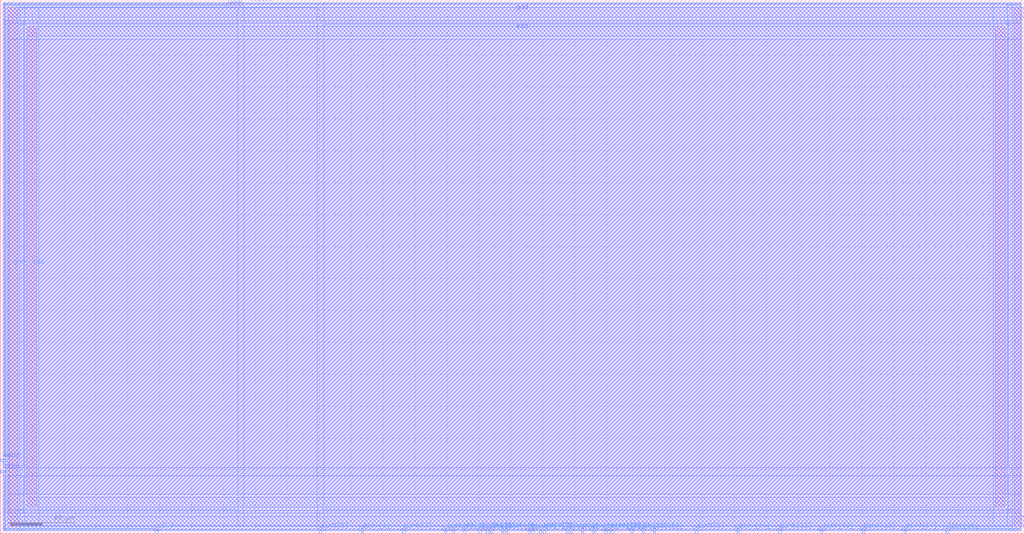
<source format=lef>
VERSION 5.4 ;
NAMESCASESENSITIVE ON ;
BUSBITCHARS "[]" ;
DIVIDERCHAR "/" ;
UNITS
  DATABASE MICRONS 2000 ;
END UNITS
MACRO ip1_bm_b_sram_16_16_sky130A
   CLASS BLOCK ;
   SIZE 320.85 BY 167.34 ;
   SYMMETRY X Y R90 ;
   PIN din0[0]
      DIRECTION INPUT ;
      PORT
         LAYER m4 ;
         RECT  99.96 0.0 100.7 1.93 ;
      END
   END din0[0]
   PIN din0[1]
      DIRECTION INPUT ;
      PORT
         LAYER m4 ;
         RECT  113.05 0.0 113.79 1.93 ;
      END
   END din0[1]
   PIN din0[2]
      DIRECTION INPUT ;
      PORT
         LAYER m4 ;
         RECT  126.14 0.0 126.88 1.93 ;
      END
   END din0[2]
   PIN din0[3]
      DIRECTION INPUT ;
      PORT
         LAYER m4 ;
         RECT  139.23 0.0 139.97 1.93 ;
      END
   END din0[3]
   PIN din0[4]
      DIRECTION INPUT ;
      PORT
         LAYER m4 ;
         RECT  152.32 0.0 153.06 1.93 ;
      END
   END din0[4]
   PIN din0[5]
      DIRECTION INPUT ;
      PORT
         LAYER m4 ;
         RECT  165.41 0.0 166.15 1.93 ;
      END
   END din0[5]
   PIN din0[6]
      DIRECTION INPUT ;
      PORT
         LAYER m4 ;
         RECT  178.5 0.0 179.24 1.93 ;
      END
   END din0[6]
   PIN din0[7]
      DIRECTION INPUT ;
      PORT
         LAYER m4 ;
         RECT  191.59 0.0 192.33 1.93 ;
      END
   END din0[7]
   PIN din0[8]
      DIRECTION INPUT ;
      PORT
         LAYER m4 ;
         RECT  204.68 0.0 205.42 1.93 ;
      END
   END din0[8]
   PIN din0[9]
      DIRECTION INPUT ;
      PORT
         LAYER m4 ;
         RECT  217.77 0.0 218.51 1.93 ;
      END
   END din0[9]
   PIN din0[10]
      DIRECTION INPUT ;
      PORT
         LAYER m4 ;
         RECT  230.86 0.0 231.6 1.93 ;
      END
   END din0[10]
   PIN din0[11]
      DIRECTION INPUT ;
      PORT
         LAYER m4 ;
         RECT  243.95 0.0 244.69 1.93 ;
      END
   END din0[11]
   PIN din0[12]
      DIRECTION INPUT ;
      PORT
         LAYER m4 ;
         RECT  257.04 0.0 257.78 1.93 ;
      END
   END din0[12]
   PIN din0[13]
      DIRECTION INPUT ;
      PORT
         LAYER m4 ;
         RECT  270.13 0.0 270.87 1.93 ;
      END
   END din0[13]
   PIN din0[14]
      DIRECTION INPUT ;
      PORT
         LAYER m4 ;
         RECT  283.22 0.0 283.96 1.93 ;
      END
   END din0[14]
   PIN din0[15]
      DIRECTION INPUT ;
      PORT
         LAYER m4 ;
         RECT  296.31 0.0 297.05 1.93 ;
      END
   END din0[15]
   PIN addr0[0]
      DIRECTION INPUT ;
      PORT
         LAYER m4 ;
         RECT  74.97 165.41 75.71 167.34 ;
      END
   END addr0[0]
   PIN addr0[1]
      DIRECTION INPUT ;
      PORT
         LAYER m4 ;
         RECT  71.4 165.41 72.14 167.34 ;
      END
   END addr0[1]
   PIN addr0[2]
      DIRECTION INPUT ;
      PORT
         LAYER m4 ;
         RECT  73.78 165.41 74.52 167.34 ;
      END
   END addr0[2]
   PIN addr0[3]
      DIRECTION INPUT ;
      PORT
         LAYER m4 ;
         RECT  72.59 165.41 73.33 167.34 ;
      END
   END addr0[3]
   PIN csb0
      DIRECTION INPUT ;
      PORT
         LAYER m3 ;
         RECT  0.0 19.04 1.93 19.78 ;
      END
   END csb0
   PIN web0
      DIRECTION INPUT ;
      PORT
         LAYER m3 ;
         RECT  0.0 22.61 1.93 23.35 ;
      END
   END web0
   PIN clk0
      DIRECTION INPUT ;
      PORT
         LAYER m4 ;
         RECT  48.79 0.0 49.53 1.93 ;
      END
   END clk0
   PIN dout0[0]
      DIRECTION OUTPUT ;
      PORT
         LAYER m4 ;
         RECT  141.61 0.0 142.35 1.93 ;
      END
   END dout0[0]
   PIN dout0[1]
      DIRECTION OUTPUT ;
      PORT
         LAYER m4 ;
         RECT  145.18 0.0 145.92 1.93 ;
      END
   END dout0[1]
   PIN dout0[2]
      DIRECTION OUTPUT ;
      PORT
         LAYER m4 ;
         RECT  149.94 0.0 150.68 1.93 ;
      END
   END dout0[2]
   PIN dout0[3]
      DIRECTION OUTPUT ;
      PORT
         LAYER m4 ;
         RECT  153.51 0.0 154.25 1.93 ;
      END
   END dout0[3]
   PIN dout0[4]
      DIRECTION OUTPUT ;
      PORT
         LAYER m4 ;
         RECT  157.08 0.0 157.82 1.93 ;
      END
   END dout0[4]
   PIN dout0[5]
      DIRECTION OUTPUT ;
      PORT
         LAYER m4 ;
         RECT  158.27 0.0 159.01 1.93 ;
      END
   END dout0[5]
   PIN dout0[6]
      DIRECTION OUTPUT ;
      PORT
         LAYER m4 ;
         RECT  166.6 0.0 167.34 1.93 ;
      END
   END dout0[6]
   PIN dout0[7]
      DIRECTION OUTPUT ;
      PORT
         LAYER m4 ;
         RECT  168.98 0.0 169.72 1.93 ;
      END
   END dout0[7]
   PIN dout0[8]
      DIRECTION OUTPUT ;
      PORT
         LAYER m4 ;
         RECT  170.17 0.0 170.91 1.93 ;
      END
   END dout0[8]
   PIN dout0[9]
      DIRECTION OUTPUT ;
      PORT
         LAYER m4 ;
         RECT  177.31 0.0 178.05 1.93 ;
      END
   END dout0[9]
   PIN dout0[10]
      DIRECTION OUTPUT ;
      PORT
         LAYER m4 ;
         RECT  182.07 0.0 182.81 1.93 ;
      END
   END dout0[10]
   PIN dout0[11]
      DIRECTION OUTPUT ;
      PORT
         LAYER m4 ;
         RECT  185.64 0.0 186.38 1.93 ;
      END
   END dout0[11]
   PIN dout0[12]
      DIRECTION OUTPUT ;
      PORT
         LAYER m4 ;
         RECT  189.21 0.0 189.95 1.93 ;
      END
   END dout0[12]
   PIN dout0[13]
      DIRECTION OUTPUT ;
      PORT
         LAYER m4 ;
         RECT  190.4 0.0 191.14 1.93 ;
      END
   END dout0[13]
   PIN dout0[14]
      DIRECTION OUTPUT ;
      PORT
         LAYER m4 ;
         RECT  197.54 0.0 198.28 1.93 ;
      END
   END dout0[14]
   PIN dout0[15]
      DIRECTION OUTPUT ;
      PORT
         LAYER m4 ;
         RECT  201.11 0.0 201.85 1.93 ;
      END
   END dout0[15]
   PIN vdd
      DIRECTION INOUT ;
      USE POWER ; 
      SHAPE ABUTMENT ; 
      PORT
         LAYER m3 ;
         RECT  8.33 8.33 314.9 11.45 ;
         LAYER m3 ;
         RECT  8.33 155.89 314.9 159.01 ;
         LAYER m4 ;
         RECT  311.78 8.33 314.9 159.01 ;
         LAYER m4 ;
         RECT  8.33 8.33 11.45 159.01 ;
      END
   END vdd
   PIN gnd
      DIRECTION INOUT ;
      USE GROUND ; 
      SHAPE ABUTMENT ; 
      PORT
         LAYER m4 ;
         RECT  317.73 2.38 320.85 164.96 ;
         LAYER m3 ;
         RECT  2.38 2.38 320.85 5.5 ;
         LAYER m3 ;
         RECT  2.38 161.84 320.85 164.96 ;
         LAYER m4 ;
         RECT  2.38 2.38 5.5 164.96 ;
      END
   END gnd
   OBS
   LAYER  m1 ;
      RECT  0.91 0.91 319.94 166.43 ;
   LAYER  m2 ;
      RECT  0.91 0.91 319.94 166.43 ;
   LAYER  m3 ;
      RECT  2.83 18.14 319.94 20.68 ;
      RECT  0.91 20.68 2.83 21.71 ;
      RECT  2.83 7.43 7.43 12.35 ;
      RECT  2.83 12.35 7.43 18.14 ;
      RECT  7.43 12.35 315.8 18.14 ;
      RECT  315.8 7.43 319.94 12.35 ;
      RECT  315.8 12.35 319.94 18.14 ;
      RECT  2.83 20.68 7.43 154.99 ;
      RECT  2.83 154.99 7.43 159.91 ;
      RECT  7.43 20.68 315.8 154.99 ;
      RECT  315.8 20.68 319.94 154.99 ;
      RECT  315.8 154.99 319.94 159.91 ;
      RECT  0.91 0.91 1.48 1.48 ;
      RECT  0.91 1.48 1.48 6.4 ;
      RECT  0.91 6.4 1.48 18.14 ;
      RECT  1.48 0.91 2.83 1.48 ;
      RECT  1.48 6.4 2.83 18.14 ;
      RECT  2.83 0.91 7.43 1.48 ;
      RECT  2.83 6.4 7.43 7.43 ;
      RECT  7.43 0.91 315.8 1.48 ;
      RECT  7.43 6.4 315.8 7.43 ;
      RECT  315.8 0.91 319.94 1.48 ;
      RECT  315.8 6.4 319.94 7.43 ;
      RECT  0.91 24.25 1.48 160.94 ;
      RECT  0.91 160.94 1.48 165.86 ;
      RECT  0.91 165.86 1.48 166.43 ;
      RECT  1.48 24.25 2.83 160.94 ;
      RECT  1.48 165.86 2.83 166.43 ;
      RECT  2.83 159.91 7.43 160.94 ;
      RECT  2.83 165.86 7.43 166.43 ;
      RECT  7.43 159.91 315.8 160.94 ;
      RECT  7.43 165.86 315.8 166.43 ;
      RECT  315.8 159.91 319.94 160.94 ;
      RECT  315.8 165.86 319.94 166.43 ;
   LAYER  m4 ;
      RECT  99.36 2.53 101.3 166.43 ;
      RECT  101.3 0.91 112.45 2.53 ;
      RECT  114.39 0.91 125.54 2.53 ;
      RECT  127.48 0.91 138.63 2.53 ;
      RECT  206.02 0.91 217.17 2.53 ;
      RECT  219.11 0.91 230.26 2.53 ;
      RECT  232.2 0.91 243.35 2.53 ;
      RECT  245.29 0.91 256.44 2.53 ;
      RECT  258.38 0.91 269.53 2.53 ;
      RECT  271.47 0.91 282.62 2.53 ;
      RECT  284.56 0.91 295.71 2.53 ;
      RECT  74.37 2.53 76.31 164.81 ;
      RECT  76.31 2.53 99.36 164.81 ;
      RECT  76.31 164.81 99.36 166.43 ;
      RECT  50.13 0.91 99.36 2.53 ;
      RECT  140.57 0.91 141.01 2.53 ;
      RECT  142.95 0.91 144.58 2.53 ;
      RECT  146.52 0.91 149.34 2.53 ;
      RECT  151.28 0.91 151.72 2.53 ;
      RECT  154.85 0.91 156.48 2.53 ;
      RECT  159.61 0.91 164.81 2.53 ;
      RECT  167.94 0.91 168.38 2.53 ;
      RECT  171.51 0.91 176.71 2.53 ;
      RECT  179.84 0.91 181.47 2.53 ;
      RECT  183.41 0.91 185.04 2.53 ;
      RECT  186.98 0.91 188.61 2.53 ;
      RECT  192.93 0.91 196.94 2.53 ;
      RECT  198.88 0.91 200.51 2.53 ;
      RECT  202.45 0.91 204.08 2.53 ;
      RECT  101.3 2.53 311.18 7.73 ;
      RECT  101.3 7.73 311.18 159.61 ;
      RECT  101.3 159.61 311.18 166.43 ;
      RECT  311.18 2.53 315.5 7.73 ;
      RECT  311.18 159.61 315.5 166.43 ;
      RECT  7.73 2.53 12.05 7.73 ;
      RECT  7.73 159.61 12.05 164.81 ;
      RECT  12.05 2.53 74.37 7.73 ;
      RECT  12.05 7.73 74.37 159.61 ;
      RECT  12.05 159.61 74.37 164.81 ;
      RECT  297.65 0.91 317.13 1.78 ;
      RECT  297.65 1.78 317.13 2.53 ;
      RECT  317.13 0.91 319.94 1.78 ;
      RECT  315.5 2.53 317.13 7.73 ;
      RECT  315.5 7.73 317.13 159.61 ;
      RECT  315.5 159.61 317.13 165.56 ;
      RECT  315.5 165.56 317.13 166.43 ;
      RECT  317.13 165.56 319.94 166.43 ;
      RECT  0.91 164.81 1.78 165.56 ;
      RECT  0.91 165.56 1.78 166.43 ;
      RECT  1.78 165.56 6.1 166.43 ;
      RECT  6.1 164.81 70.8 165.56 ;
      RECT  6.1 165.56 70.8 166.43 ;
      RECT  0.91 0.91 1.78 1.78 ;
      RECT  0.91 1.78 1.78 2.53 ;
      RECT  1.78 0.91 6.1 1.78 ;
      RECT  6.1 0.91 48.19 1.78 ;
      RECT  6.1 1.78 48.19 2.53 ;
      RECT  0.91 2.53 1.78 7.73 ;
      RECT  6.1 2.53 7.73 7.73 ;
      RECT  0.91 7.73 1.78 159.61 ;
      RECT  6.1 7.73 7.73 159.61 ;
      RECT  0.91 159.61 1.78 164.81 ;
      RECT  6.1 159.61 7.73 164.81 ;
   END
END    ip1_bm_b_sram_16_16_sky130A
END    LIBRARY

</source>
